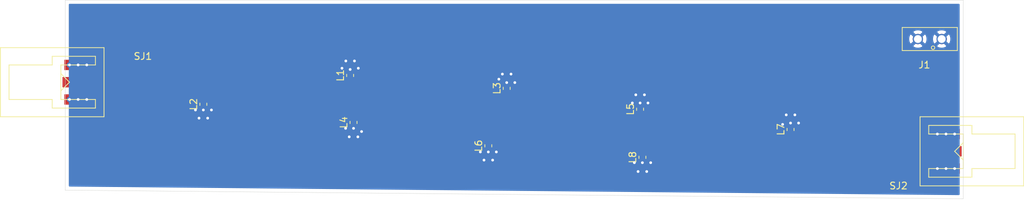
<source format=kicad_pcb>
(kicad_pcb (version 20171130) (host pcbnew 5.1.2-f72e74a~84~ubuntu18.04.1)

  (general
    (thickness 1.6)
    (drawings 5)
    (tracks 122)
    (zones 0)
    (modules 11)
    (nets 7)
  )

  (page A4)
  (layers
    (0 F.Cu signal)
    (31 B.Cu signal)
    (32 B.Adhes user)
    (33 F.Adhes user)
    (34 B.Paste user)
    (35 F.Paste user)
    (36 B.SilkS user)
    (37 F.SilkS user)
    (38 B.Mask user)
    (39 F.Mask user)
    (40 Dwgs.User user)
    (41 Cmts.User user)
    (42 Eco1.User user)
    (43 Eco2.User user)
    (44 Edge.Cuts user)
    (45 Margin user)
    (46 B.CrtYd user)
    (47 F.CrtYd user)
    (48 B.Fab user)
    (49 F.Fab user)
  )

  (setup
    (last_trace_width 0.25)
    (trace_clearance 0.2)
    (zone_clearance 0.508)
    (zone_45_only no)
    (trace_min 0.2)
    (via_size 0.8)
    (via_drill 0.4)
    (via_min_size 0.4)
    (via_min_drill 0.3)
    (uvia_size 0.3)
    (uvia_drill 0.1)
    (uvias_allowed no)
    (uvia_min_size 0.2)
    (uvia_min_drill 0.1)
    (edge_width 0.05)
    (segment_width 0.2)
    (pcb_text_width 0.3)
    (pcb_text_size 1.5 1.5)
    (mod_edge_width 0.12)
    (mod_text_size 1 1)
    (mod_text_width 0.15)
    (pad_size 1 1.75)
    (pad_drill 0)
    (pad_to_mask_clearance 0.051)
    (solder_mask_min_width 0.25)
    (aux_axis_origin 0 0)
    (visible_elements FFFFFF7F)
    (pcbplotparams
      (layerselection 0x010fc_ffffffff)
      (usegerberextensions false)
      (usegerberattributes false)
      (usegerberadvancedattributes false)
      (creategerberjobfile false)
      (excludeedgelayer true)
      (linewidth 0.100000)
      (plotframeref false)
      (viasonmask false)
      (mode 1)
      (useauxorigin false)
      (hpglpennumber 1)
      (hpglpenspeed 20)
      (hpglpendiameter 15.000000)
      (psnegative false)
      (psa4output false)
      (plotreference true)
      (plotvalue true)
      (plotinvisibletext false)
      (padsonsilk false)
      (subtractmaskfromsilk false)
      (outputformat 1)
      (mirror false)
      (drillshape 0)
      (scaleselection 1)
      (outputdirectory "coupled_fil_ger_drill/"))
  )

  (net 0 "")
  (net 1 GND)
  (net 2 "Net-(L1-Pad1)")
  (net 3 "Net-(L4-Pad2)")
  (net 4 "Net-(L6-Pad2)")
  (net 5 "Net-(L8-Pad2)")
  (net 6 "Net-(L2-Pad2)")

  (net_class Default "This is the default net class."
    (clearance 0.2)
    (trace_width 0.25)
    (via_dia 0.8)
    (via_drill 0.4)
    (uvia_dia 0.3)
    (uvia_drill 0.1)
    (add_net GND)
    (add_net "Net-(L1-Pad1)")
    (add_net "Net-(L2-Pad2)")
    (add_net "Net-(L4-Pad2)")
    (add_net "Net-(L6-Pad2)")
    (add_net "Net-(L8-Pad2)")
  )

  (module Inductor_SMD:L_0603_1608Metric_Pad1.05x0.95mm_HandSolder (layer F.Cu) (tedit 5B301BBE) (tstamp 5D244A2A)
    (at 144.58 91.69 90)
    (descr "Capacitor SMD 0603 (1608 Metric), square (rectangular) end terminal, IPC_7351 nominal with elongated pad for handsoldering. (Body size source: http://www.tortai-tech.com/upload/download/2011102023233369053.pdf), generated with kicad-footprint-generator")
    (tags "inductor handsolder")
    (path /5D25AE44)
    (attr smd)
    (fp_text reference L8 (at 0 -1.43 90) (layer F.SilkS)
      (effects (font (size 1 1) (thickness 0.15)))
    )
    (fp_text value 1u (at 0 1.43 90) (layer F.Fab)
      (effects (font (size 1 1) (thickness 0.15)))
    )
    (fp_text user %R (at 0 0 90) (layer F.Fab)
      (effects (font (size 0.4 0.4) (thickness 0.06)))
    )
    (fp_line (start 1.65 0.73) (end -1.65 0.73) (layer F.CrtYd) (width 0.05))
    (fp_line (start 1.65 -0.73) (end 1.65 0.73) (layer F.CrtYd) (width 0.05))
    (fp_line (start -1.65 -0.73) (end 1.65 -0.73) (layer F.CrtYd) (width 0.05))
    (fp_line (start -1.65 0.73) (end -1.65 -0.73) (layer F.CrtYd) (width 0.05))
    (fp_line (start -0.171267 0.51) (end 0.171267 0.51) (layer F.SilkS) (width 0.12))
    (fp_line (start -0.171267 -0.51) (end 0.171267 -0.51) (layer F.SilkS) (width 0.12))
    (fp_line (start 0.8 0.4) (end -0.8 0.4) (layer F.Fab) (width 0.1))
    (fp_line (start 0.8 -0.4) (end 0.8 0.4) (layer F.Fab) (width 0.1))
    (fp_line (start -0.8 -0.4) (end 0.8 -0.4) (layer F.Fab) (width 0.1))
    (fp_line (start -0.8 0.4) (end -0.8 -0.4) (layer F.Fab) (width 0.1))
    (pad 2 smd roundrect (at 0.875 0 90) (size 1.05 0.95) (layers F.Cu F.Paste F.Mask) (roundrect_rratio 0.25)
      (net 5 "Net-(L8-Pad2)"))
    (pad 1 smd roundrect (at -0.875 0 90) (size 1.05 0.95) (layers F.Cu F.Paste F.Mask) (roundrect_rratio 0.25)
      (net 1 GND))
    (model ${KISYS3DMOD}/Inductor_SMD.3dshapes/L_0603_1608Metric.wrl
      (at (xyz 0 0 0))
      (scale (xyz 1 1 1))
      (rotate (xyz 0 0 0))
    )
  )

  (module Inductor_SMD:L_0603_1608Metric_Pad1.05x0.95mm_HandSolder (layer F.Cu) (tedit 5B301BBE) (tstamp 5D244A19)
    (at 166.37 87.5975 90)
    (descr "Capacitor SMD 0603 (1608 Metric), square (rectangular) end terminal, IPC_7351 nominal with elongated pad for handsoldering. (Body size source: http://www.tortai-tech.com/upload/download/2011102023233369053.pdf), generated with kicad-footprint-generator")
    (tags "inductor handsolder")
    (path /5D2574AF)
    (attr smd)
    (fp_text reference L7 (at 0 -1.43 90) (layer F.SilkS)
      (effects (font (size 1 1) (thickness 0.15)))
    )
    (fp_text value 1u (at 0 1.43 90) (layer F.Fab)
      (effects (font (size 1 1) (thickness 0.15)))
    )
    (fp_text user %R (at 0 0 90) (layer F.Fab)
      (effects (font (size 0.4 0.4) (thickness 0.06)))
    )
    (fp_line (start 1.65 0.73) (end -1.65 0.73) (layer F.CrtYd) (width 0.05))
    (fp_line (start 1.65 -0.73) (end 1.65 0.73) (layer F.CrtYd) (width 0.05))
    (fp_line (start -1.65 -0.73) (end 1.65 -0.73) (layer F.CrtYd) (width 0.05))
    (fp_line (start -1.65 0.73) (end -1.65 -0.73) (layer F.CrtYd) (width 0.05))
    (fp_line (start -0.171267 0.51) (end 0.171267 0.51) (layer F.SilkS) (width 0.12))
    (fp_line (start -0.171267 -0.51) (end 0.171267 -0.51) (layer F.SilkS) (width 0.12))
    (fp_line (start 0.8 0.4) (end -0.8 0.4) (layer F.Fab) (width 0.1))
    (fp_line (start 0.8 -0.4) (end 0.8 0.4) (layer F.Fab) (width 0.1))
    (fp_line (start -0.8 -0.4) (end 0.8 -0.4) (layer F.Fab) (width 0.1))
    (fp_line (start -0.8 0.4) (end -0.8 -0.4) (layer F.Fab) (width 0.1))
    (pad 2 smd roundrect (at 0.875 0 90) (size 1.05 0.95) (layers F.Cu F.Paste F.Mask) (roundrect_rratio 0.25)
      (net 1 GND))
    (pad 1 smd roundrect (at -0.875 0 90) (size 1.05 0.95) (layers F.Cu F.Paste F.Mask) (roundrect_rratio 0.25)
      (net 4 "Net-(L6-Pad2)"))
    (model ${KISYS3DMOD}/Inductor_SMD.3dshapes/L_0603_1608Metric.wrl
      (at (xyz 0 0 0))
      (scale (xyz 1 1 1))
      (rotate (xyz 0 0 0))
    )
  )

  (module Inductor_SMD:L_0603_1608Metric_Pad1.05x0.95mm_HandSolder (layer F.Cu) (tedit 5B301BBE) (tstamp 5D244A08)
    (at 121.92 90 90)
    (descr "Capacitor SMD 0603 (1608 Metric), square (rectangular) end terminal, IPC_7351 nominal with elongated pad for handsoldering. (Body size source: http://www.tortai-tech.com/upload/download/2011102023233369053.pdf), generated with kicad-footprint-generator")
    (tags "inductor handsolder")
    (path /5D256C7C)
    (attr smd)
    (fp_text reference L6 (at 0 -1.43 90) (layer F.SilkS)
      (effects (font (size 1 1) (thickness 0.15)))
    )
    (fp_text value 1u (at 0 1.43 90) (layer F.Fab)
      (effects (font (size 1 1) (thickness 0.15)))
    )
    (fp_text user %R (at 0 0 90) (layer F.Fab)
      (effects (font (size 0.4 0.4) (thickness 0.06)))
    )
    (fp_line (start 1.65 0.73) (end -1.65 0.73) (layer F.CrtYd) (width 0.05))
    (fp_line (start 1.65 -0.73) (end 1.65 0.73) (layer F.CrtYd) (width 0.05))
    (fp_line (start -1.65 -0.73) (end 1.65 -0.73) (layer F.CrtYd) (width 0.05))
    (fp_line (start -1.65 0.73) (end -1.65 -0.73) (layer F.CrtYd) (width 0.05))
    (fp_line (start -0.171267 0.51) (end 0.171267 0.51) (layer F.SilkS) (width 0.12))
    (fp_line (start -0.171267 -0.51) (end 0.171267 -0.51) (layer F.SilkS) (width 0.12))
    (fp_line (start 0.8 0.4) (end -0.8 0.4) (layer F.Fab) (width 0.1))
    (fp_line (start 0.8 -0.4) (end 0.8 0.4) (layer F.Fab) (width 0.1))
    (fp_line (start -0.8 -0.4) (end 0.8 -0.4) (layer F.Fab) (width 0.1))
    (fp_line (start -0.8 0.4) (end -0.8 -0.4) (layer F.Fab) (width 0.1))
    (pad 2 smd roundrect (at 0.875 0 90) (size 1.05 0.95) (layers F.Cu F.Paste F.Mask) (roundrect_rratio 0.25)
      (net 4 "Net-(L6-Pad2)"))
    (pad 1 smd roundrect (at -0.875 0 90) (size 1.05 0.95) (layers F.Cu F.Paste F.Mask) (roundrect_rratio 0.25)
      (net 1 GND))
    (model ${KISYS3DMOD}/Inductor_SMD.3dshapes/L_0603_1608Metric.wrl
      (at (xyz 0 0 0))
      (scale (xyz 1 1 1))
      (rotate (xyz 0 0 0))
    )
  )

  (module Inductor_SMD:L_0603_1608Metric_Pad1.05x0.95mm_HandSolder (layer F.Cu) (tedit 5B301BBE) (tstamp 5D2449F7)
    (at 144.245 84.62 90)
    (descr "Capacitor SMD 0603 (1608 Metric), square (rectangular) end terminal, IPC_7351 nominal with elongated pad for handsoldering. (Body size source: http://www.tortai-tech.com/upload/download/2011102023233369053.pdf), generated with kicad-footprint-generator")
    (tags "inductor handsolder")
    (path /5D255DC8)
    (attr smd)
    (fp_text reference L5 (at 0 -1.43 90) (layer F.SilkS)
      (effects (font (size 1 1) (thickness 0.15)))
    )
    (fp_text value 1u (at 0 1.43 90) (layer F.Fab)
      (effects (font (size 1 1) (thickness 0.15)))
    )
    (fp_text user %R (at 0 0 90) (layer F.Fab)
      (effects (font (size 0.4 0.4) (thickness 0.06)))
    )
    (fp_line (start 1.65 0.73) (end -1.65 0.73) (layer F.CrtYd) (width 0.05))
    (fp_line (start 1.65 -0.73) (end 1.65 0.73) (layer F.CrtYd) (width 0.05))
    (fp_line (start -1.65 -0.73) (end 1.65 -0.73) (layer F.CrtYd) (width 0.05))
    (fp_line (start -1.65 0.73) (end -1.65 -0.73) (layer F.CrtYd) (width 0.05))
    (fp_line (start -0.171267 0.51) (end 0.171267 0.51) (layer F.SilkS) (width 0.12))
    (fp_line (start -0.171267 -0.51) (end 0.171267 -0.51) (layer F.SilkS) (width 0.12))
    (fp_line (start 0.8 0.4) (end -0.8 0.4) (layer F.Fab) (width 0.1))
    (fp_line (start 0.8 -0.4) (end 0.8 0.4) (layer F.Fab) (width 0.1))
    (fp_line (start -0.8 -0.4) (end 0.8 -0.4) (layer F.Fab) (width 0.1))
    (fp_line (start -0.8 0.4) (end -0.8 -0.4) (layer F.Fab) (width 0.1))
    (pad 2 smd roundrect (at 0.875 0 90) (size 1.05 0.95) (layers F.Cu F.Paste F.Mask) (roundrect_rratio 0.25)
      (net 1 GND))
    (pad 1 smd roundrect (at -0.875 0 90) (size 1.05 0.95) (layers F.Cu F.Paste F.Mask) (roundrect_rratio 0.25)
      (net 3 "Net-(L4-Pad2)"))
    (model ${KISYS3DMOD}/Inductor_SMD.3dshapes/L_0603_1608Metric.wrl
      (at (xyz 0 0 0))
      (scale (xyz 1 1 1))
      (rotate (xyz 0 0 0))
    )
  )

  (module Inductor_SMD:L_0603_1608Metric_Pad1.05x0.95mm_HandSolder (layer F.Cu) (tedit 5B301BBE) (tstamp 5D2449E6)
    (at 102.1 86.56 90)
    (descr "Capacitor SMD 0603 (1608 Metric), square (rectangular) end terminal, IPC_7351 nominal with elongated pad for handsoldering. (Body size source: http://www.tortai-tech.com/upload/download/2011102023233369053.pdf), generated with kicad-footprint-generator")
    (tags "inductor handsolder")
    (path /5D2557B6)
    (attr smd)
    (fp_text reference L4 (at 0 -1.43 90) (layer F.SilkS)
      (effects (font (size 1 1) (thickness 0.15)))
    )
    (fp_text value 1u (at 0 1.43 90) (layer F.Fab)
      (effects (font (size 1 1) (thickness 0.15)))
    )
    (fp_text user %R (at 0 0 90) (layer F.Fab)
      (effects (font (size 0.4 0.4) (thickness 0.06)))
    )
    (fp_line (start 1.65 0.73) (end -1.65 0.73) (layer F.CrtYd) (width 0.05))
    (fp_line (start 1.65 -0.73) (end 1.65 0.73) (layer F.CrtYd) (width 0.05))
    (fp_line (start -1.65 -0.73) (end 1.65 -0.73) (layer F.CrtYd) (width 0.05))
    (fp_line (start -1.65 0.73) (end -1.65 -0.73) (layer F.CrtYd) (width 0.05))
    (fp_line (start -0.171267 0.51) (end 0.171267 0.51) (layer F.SilkS) (width 0.12))
    (fp_line (start -0.171267 -0.51) (end 0.171267 -0.51) (layer F.SilkS) (width 0.12))
    (fp_line (start 0.8 0.4) (end -0.8 0.4) (layer F.Fab) (width 0.1))
    (fp_line (start 0.8 -0.4) (end 0.8 0.4) (layer F.Fab) (width 0.1))
    (fp_line (start -0.8 -0.4) (end 0.8 -0.4) (layer F.Fab) (width 0.1))
    (fp_line (start -0.8 0.4) (end -0.8 -0.4) (layer F.Fab) (width 0.1))
    (pad 2 smd roundrect (at 0.875 0 90) (size 1.05 0.95) (layers F.Cu F.Paste F.Mask) (roundrect_rratio 0.25)
      (net 3 "Net-(L4-Pad2)"))
    (pad 1 smd roundrect (at -0.875 0 90) (size 1.05 0.95) (layers F.Cu F.Paste F.Mask) (roundrect_rratio 0.25)
      (net 1 GND))
    (model ${KISYS3DMOD}/Inductor_SMD.3dshapes/L_0603_1608Metric.wrl
      (at (xyz 0 0 0))
      (scale (xyz 1 1 1))
      (rotate (xyz 0 0 0))
    )
  )

  (module Inductor_SMD:L_0603_1608Metric_Pad1.05x0.95mm_HandSolder (layer F.Cu) (tedit 5B301BBE) (tstamp 5D2449D5)
    (at 124.625 81.545 90)
    (descr "Capacitor SMD 0603 (1608 Metric), square (rectangular) end terminal, IPC_7351 nominal with elongated pad for handsoldering. (Body size source: http://www.tortai-tech.com/upload/download/2011102023233369053.pdf), generated with kicad-footprint-generator")
    (tags "inductor handsolder")
    (path /5D251BFB)
    (attr smd)
    (fp_text reference L3 (at 0 -1.43 90) (layer F.SilkS)
      (effects (font (size 1 1) (thickness 0.15)))
    )
    (fp_text value 1u (at 0 1.43 90) (layer F.Fab)
      (effects (font (size 1 1) (thickness 0.15)))
    )
    (fp_text user %R (at 0 0 90) (layer F.Fab)
      (effects (font (size 0.4 0.4) (thickness 0.06)))
    )
    (fp_line (start 1.65 0.73) (end -1.65 0.73) (layer F.CrtYd) (width 0.05))
    (fp_line (start 1.65 -0.73) (end 1.65 0.73) (layer F.CrtYd) (width 0.05))
    (fp_line (start -1.65 -0.73) (end 1.65 -0.73) (layer F.CrtYd) (width 0.05))
    (fp_line (start -1.65 0.73) (end -1.65 -0.73) (layer F.CrtYd) (width 0.05))
    (fp_line (start -0.171267 0.51) (end 0.171267 0.51) (layer F.SilkS) (width 0.12))
    (fp_line (start -0.171267 -0.51) (end 0.171267 -0.51) (layer F.SilkS) (width 0.12))
    (fp_line (start 0.8 0.4) (end -0.8 0.4) (layer F.Fab) (width 0.1))
    (fp_line (start 0.8 -0.4) (end 0.8 0.4) (layer F.Fab) (width 0.1))
    (fp_line (start -0.8 -0.4) (end 0.8 -0.4) (layer F.Fab) (width 0.1))
    (fp_line (start -0.8 0.4) (end -0.8 -0.4) (layer F.Fab) (width 0.1))
    (pad 2 smd roundrect (at 0.875 0 90) (size 1.05 0.95) (layers F.Cu F.Paste F.Mask) (roundrect_rratio 0.25)
      (net 1 GND))
    (pad 1 smd roundrect (at -0.875 0 90) (size 1.05 0.95) (layers F.Cu F.Paste F.Mask) (roundrect_rratio 0.25)
      (net 6 "Net-(L2-Pad2)"))
    (model ${KISYS3DMOD}/Inductor_SMD.3dshapes/L_0603_1608Metric.wrl
      (at (xyz 0 0 0))
      (scale (xyz 1 1 1))
      (rotate (xyz 0 0 0))
    )
  )

  (module Inductor_SMD:L_0603_1608Metric_Pad1.05x0.95mm_HandSolder (layer F.Cu) (tedit 5B301BBE) (tstamp 5D2449C4)
    (at 80.01 83.89 90)
    (descr "Capacitor SMD 0603 (1608 Metric), square (rectangular) end terminal, IPC_7351 nominal with elongated pad for handsoldering. (Body size source: http://www.tortai-tech.com/upload/download/2011102023233369053.pdf), generated with kicad-footprint-generator")
    (tags "inductor handsolder")
    (path /5D251586)
    (attr smd)
    (fp_text reference L2 (at 0 -1.43 90) (layer F.SilkS)
      (effects (font (size 1 1) (thickness 0.15)))
    )
    (fp_text value 1u (at 0 1.43 90) (layer F.Fab)
      (effects (font (size 1 1) (thickness 0.15)))
    )
    (fp_text user %R (at 0 0 90) (layer F.Fab)
      (effects (font (size 0.4 0.4) (thickness 0.06)))
    )
    (fp_line (start 1.65 0.73) (end -1.65 0.73) (layer F.CrtYd) (width 0.05))
    (fp_line (start 1.65 -0.73) (end 1.65 0.73) (layer F.CrtYd) (width 0.05))
    (fp_line (start -1.65 -0.73) (end 1.65 -0.73) (layer F.CrtYd) (width 0.05))
    (fp_line (start -1.65 0.73) (end -1.65 -0.73) (layer F.CrtYd) (width 0.05))
    (fp_line (start -0.171267 0.51) (end 0.171267 0.51) (layer F.SilkS) (width 0.12))
    (fp_line (start -0.171267 -0.51) (end 0.171267 -0.51) (layer F.SilkS) (width 0.12))
    (fp_line (start 0.8 0.4) (end -0.8 0.4) (layer F.Fab) (width 0.1))
    (fp_line (start 0.8 -0.4) (end 0.8 0.4) (layer F.Fab) (width 0.1))
    (fp_line (start -0.8 -0.4) (end 0.8 -0.4) (layer F.Fab) (width 0.1))
    (fp_line (start -0.8 0.4) (end -0.8 -0.4) (layer F.Fab) (width 0.1))
    (pad 2 smd roundrect (at 0.875 0 90) (size 1.05 0.95) (layers F.Cu F.Paste F.Mask) (roundrect_rratio 0.25)
      (net 6 "Net-(L2-Pad2)"))
    (pad 1 smd roundrect (at -0.875 0 90) (size 1.05 0.95) (layers F.Cu F.Paste F.Mask) (roundrect_rratio 0.25)
      (net 1 GND))
    (model ${KISYS3DMOD}/Inductor_SMD.3dshapes/L_0603_1608Metric.wrl
      (at (xyz 0 0 0))
      (scale (xyz 1 1 1))
      (rotate (xyz 0 0 0))
    )
  )

  (module Inductor_SMD:L_0603_1608Metric_Pad1.05x0.95mm_HandSolder (layer F.Cu) (tedit 5B301BBE) (tstamp 5D2449B3)
    (at 101.6 79.65 90)
    (descr "Capacitor SMD 0603 (1608 Metric), square (rectangular) end terminal, IPC_7351 nominal with elongated pad for handsoldering. (Body size source: http://www.tortai-tech.com/upload/download/2011102023233369053.pdf), generated with kicad-footprint-generator")
    (tags "inductor handsolder")
    (path /5D25088C)
    (attr smd)
    (fp_text reference L1 (at 0 -1.43 90) (layer F.SilkS)
      (effects (font (size 1 1) (thickness 0.15)))
    )
    (fp_text value 1u (at 0 1.43 90) (layer F.Fab)
      (effects (font (size 1 1) (thickness 0.15)))
    )
    (fp_text user %R (at 0 0 90) (layer F.Fab)
      (effects (font (size 0.4 0.4) (thickness 0.06)))
    )
    (fp_line (start 1.65 0.73) (end -1.65 0.73) (layer F.CrtYd) (width 0.05))
    (fp_line (start 1.65 -0.73) (end 1.65 0.73) (layer F.CrtYd) (width 0.05))
    (fp_line (start -1.65 -0.73) (end 1.65 -0.73) (layer F.CrtYd) (width 0.05))
    (fp_line (start -1.65 0.73) (end -1.65 -0.73) (layer F.CrtYd) (width 0.05))
    (fp_line (start -0.171267 0.51) (end 0.171267 0.51) (layer F.SilkS) (width 0.12))
    (fp_line (start -0.171267 -0.51) (end 0.171267 -0.51) (layer F.SilkS) (width 0.12))
    (fp_line (start 0.8 0.4) (end -0.8 0.4) (layer F.Fab) (width 0.1))
    (fp_line (start 0.8 -0.4) (end 0.8 0.4) (layer F.Fab) (width 0.1))
    (fp_line (start -0.8 -0.4) (end 0.8 -0.4) (layer F.Fab) (width 0.1))
    (fp_line (start -0.8 0.4) (end -0.8 -0.4) (layer F.Fab) (width 0.1))
    (pad 2 smd roundrect (at 0.875 0 90) (size 1.05 0.95) (layers F.Cu F.Paste F.Mask) (roundrect_rratio 0.25)
      (net 1 GND))
    (pad 1 smd roundrect (at -0.875 0 90) (size 1.05 0.95) (layers F.Cu F.Paste F.Mask) (roundrect_rratio 0.25)
      (net 2 "Net-(L1-Pad1)"))
    (model ${KISYS3DMOD}/Inductor_SMD.3dshapes/L_0603_1608Metric.wrl
      (at (xyz 0 0 0))
      (scale (xyz 1 1 1))
      (rotate (xyz 0 0 0))
    )
  )

  (module borniers:PRT-08084 (layer F.Cu) (tedit 5D01074F) (tstamp 5D26E789)
    (at 188.595 79.375)
    (path /5D270E92)
    (fp_text reference J1 (at -2.54 -1.27) (layer F.SilkS)
      (effects (font (size 1 1) (thickness 0.15)))
    )
    (fp_text value Bullshit_driver (at -2.54 -8.89) (layer F.Fab)
      (effects (font (size 1 1) (thickness 0.15)))
    )
    (fp_circle (center -1.27 -3.81) (end -1.02 -3.81) (layer F.SilkS) (width 0.12))
    (fp_line (start 2.3 -3.38) (end -5.8 -3.38) (layer F.SilkS) (width 0.12))
    (fp_line (start -5.8 -6.78) (end 2.3 -6.78) (layer F.SilkS) (width 0.12))
    (fp_line (start 2.3 -3.38) (end 2.3 -6.78) (layer F.SilkS) (width 0.12))
    (fp_line (start -5.8 -3.38) (end -5.8 -6.78) (layer F.SilkS) (width 0.12))
    (pad 2 thru_hole circle (at 0 -5.08) (size 1.524 1.524) (drill 1.15) (layers *.Cu *.Mask)
      (net 1 GND))
    (pad 1 thru_hole circle (at -3.5 -5.08) (size 1.524 1.524) (drill 1.15) (layers *.Cu *.Mask)
      (net 1 GND))
  )

  (module sma_custom:CONSMA003.062-G (layer F.Cu) (tedit 5D1F15C9) (tstamp 5D244A5C)
    (at 193.04 93.345)
    (path /5D24754B)
    (fp_text reference SJ2 (at -10.795 2.54) (layer F.SilkS)
      (effects (font (size 1 1) (thickness 0.15)))
    )
    (fp_text value sma_jack (at -6.985 3.81) (layer F.Fab)
      (effects (font (size 1 1) (thickness 0.15)))
    )
    (fp_line (start -1.27 -1.27) (end -2.54 -2.54) (layer F.SilkS) (width 0.12))
    (fp_line (start -1.27 -3.81) (end -2.54 -2.54) (layer F.SilkS) (width 0.12))
    (fp_line (start -7.62 2.54) (end 7.62 2.54) (layer F.SilkS) (width 0.12))
    (fp_line (start 7.62 -7.62) (end -7.62 -7.62) (layer F.SilkS) (width 0.12))
    (fp_line (start -6.35 0) (end -6.35 1.27) (layer F.SilkS) (width 0.12))
    (fp_line (start -1.27 0) (end -6.35 0) (layer F.SilkS) (width 0.12))
    (fp_line (start -1.27 -5.08) (end -1.27 0) (layer F.SilkS) (width 0.12))
    (fp_line (start -6.35 -5.08) (end -1.27 -5.08) (layer F.SilkS) (width 0.12))
    (fp_line (start -6.35 -6.35) (end -6.35 -5.08) (layer F.SilkS) (width 0.12))
    (fp_line (start 6.35 -5.08) (end 6.35 0) (layer F.SilkS) (width 0.12))
    (fp_line (start 0 -5.08) (end 6.35 -5.08) (layer F.SilkS) (width 0.12))
    (fp_line (start 0 -6.35) (end 0 -5.08) (layer F.SilkS) (width 0.12))
    (fp_line (start 0 0) (end 6.35 0) (layer F.SilkS) (width 0.12))
    (fp_line (start 0 1.27) (end 0 0) (layer F.SilkS) (width 0.12))
    (fp_line (start 7.62 2.54) (end 7.62 -7.62) (layer F.SilkS) (width 0.12))
    (fp_line (start -7.62 -7.62) (end -7.62 2.54) (layer F.SilkS) (width 0.12))
    (fp_line (start 0 1.27) (end -6.35 1.27) (layer F.SilkS) (width 0.12))
    (fp_line (start -6.35 -6.35) (end 0 -6.35) (layer F.SilkS) (width 0.12))
    (pad 3 smd rect (at -3.81 0) (size 4.06 1.52) (layers F.Cu F.Paste F.Mask)
      (net 1 GND))
    (pad 2 smd rect (at -3.81 -5.08) (size 4.06 1.52) (layers F.Cu F.Paste F.Mask)
      (net 1 GND))
    (pad 1 smd rect (at -3.81 -2.54) (size 4.6 1.52) (layers F.Cu F.Paste F.Mask)
      (net 5 "Net-(L8-Pad2)"))
  )

  (module sma_custom:CONSMA003.062-G (layer F.Cu) (tedit 5D1F15C9) (tstamp 5D244A43)
    (at 57.785 78.105 180)
    (path /5D2470EA)
    (fp_text reference SJ1 (at -13.335 1.27) (layer F.SilkS)
      (effects (font (size 1 1) (thickness 0.15)))
    )
    (fp_text value sma_jack (at -10.16 3.175) (layer F.Fab)
      (effects (font (size 1 1) (thickness 0.15)))
    )
    (fp_line (start -1.27 -1.27) (end -2.54 -2.54) (layer F.SilkS) (width 0.12))
    (fp_line (start -1.27 -3.81) (end -2.54 -2.54) (layer F.SilkS) (width 0.12))
    (fp_line (start -7.62 2.54) (end 7.62 2.54) (layer F.SilkS) (width 0.12))
    (fp_line (start 7.62 -7.62) (end -7.62 -7.62) (layer F.SilkS) (width 0.12))
    (fp_line (start -6.35 0) (end -6.35 1.27) (layer F.SilkS) (width 0.12))
    (fp_line (start -1.27 0) (end -6.35 0) (layer F.SilkS) (width 0.12))
    (fp_line (start -1.27 -5.08) (end -1.27 0) (layer F.SilkS) (width 0.12))
    (fp_line (start -6.35 -5.08) (end -1.27 -5.08) (layer F.SilkS) (width 0.12))
    (fp_line (start -6.35 -6.35) (end -6.35 -5.08) (layer F.SilkS) (width 0.12))
    (fp_line (start 6.35 -5.08) (end 6.35 0) (layer F.SilkS) (width 0.12))
    (fp_line (start 0 -5.08) (end 6.35 -5.08) (layer F.SilkS) (width 0.12))
    (fp_line (start 0 -6.35) (end 0 -5.08) (layer F.SilkS) (width 0.12))
    (fp_line (start 0 0) (end 6.35 0) (layer F.SilkS) (width 0.12))
    (fp_line (start 0 1.27) (end 0 0) (layer F.SilkS) (width 0.12))
    (fp_line (start 7.62 2.54) (end 7.62 -7.62) (layer F.SilkS) (width 0.12))
    (fp_line (start -7.62 -7.62) (end -7.62 2.54) (layer F.SilkS) (width 0.12))
    (fp_line (start 0 1.27) (end -6.35 1.27) (layer F.SilkS) (width 0.12))
    (fp_line (start -6.35 -6.35) (end 0 -6.35) (layer F.SilkS) (width 0.12))
    (pad 3 smd rect (at -3.81 0 180) (size 4.06 1.52) (layers F.Cu F.Paste F.Mask)
      (net 1 GND))
    (pad 2 smd rect (at -3.81 -5.08 180) (size 4.06 1.52) (layers F.Cu F.Paste F.Mask)
      (net 1 GND))
    (pad 1 smd rect (at -3.81 -2.54 180) (size 4.6 1.52) (layers F.Cu F.Paste F.Mask)
      (net 2 "Net-(L1-Pad1)"))
  )

  (gr_line (start 59.69 68.58) (end 59.69 96.52) (layer Edge.Cuts) (width 0.05) (tstamp 5DCAD48A))
  (gr_line (start 191.77 68.58) (end 59.69 68.58) (layer Edge.Cuts) (width 0.05))
  (gr_line (start 191.77 71.12) (end 191.77 68.58) (layer Edge.Cuts) (width 0.05))
  (gr_line (start 191.77 97.79) (end 59.69 96.52) (layer Edge.Cuts) (width 0.05))
  (gr_line (start 191.77 71.12) (end 191.77 97.79) (layer Edge.Cuts) (width 0.05))

  (via (at 121.92 90.9) (size 0.8) (drill 0.4) (layers F.Cu B.Cu) (net 1) (tstamp 5DCAC150))
  (via (at 121.285 92.1) (size 0.8) (drill 0.4) (layers F.Cu B.Cu) (net 1) (tstamp 5DCAC151))
  (via (at 122.555 92.1) (size 0.8) (drill 0.4) (layers F.Cu B.Cu) (net 1) (tstamp 5DCAC156))
  (via (at 120.75 90.9) (size 0.8) (drill 0.4) (layers F.Cu B.Cu) (net 1) (tstamp 5DCAC157))
  (via (at 123.1 90.9) (size 0.8) (drill 0.4) (layers F.Cu B.Cu) (net 1) (tstamp 5DCAC158))
  (via (at 102.8 78.59) (size 0.8) (drill 0.4) (layers F.Cu B.Cu) (net 1) (tstamp 5D246225))
  (via (at 100.4 78.59) (size 0.8) (drill 0.4) (layers F.Cu B.Cu) (net 1) (tstamp 5D246226))
  (via (at 101.6 78.77) (size 0.8) (drill 0.4) (layers F.Cu B.Cu) (net 1) (tstamp 5D246227))
  (via (at 123.99 79.45) (size 0.8) (drill 0.4) (layers F.Cu B.Cu) (net 1) (tstamp 5D246224))
  (via (at 125.82 80.7) (size 0.8) (drill 0.4) (layers F.Cu B.Cu) (net 1) (tstamp 5D246225))
  (via (at 123.47 80.2) (size 0.8) (drill 0.4) (layers F.Cu B.Cu) (net 1) (tstamp 5D246226))
  (via (at 124.625 80.7) (size 0.8) (drill 0.4) (layers F.Cu B.Cu) (net 1) (tstamp 5D246227))
  (via (at 125.26 79.45) (size 0.8) (drill 0.4) (layers F.Cu B.Cu) (net 1) (tstamp 5D246229))
  (via (at 143.61 82.5) (size 0.8) (drill 0.4) (layers F.Cu B.Cu) (net 1) (tstamp 5D246224))
  (via (at 145.4 83.7) (size 0.8) (drill 0.4) (layers F.Cu B.Cu) (net 1) (tstamp 5D246225))
  (via (at 143.1 83.7) (size 0.8) (drill 0.4) (layers F.Cu B.Cu) (net 1) (tstamp 5D246226))
  (via (at 144.245 83.7) (size 0.8) (drill 0.4) (layers F.Cu B.Cu) (net 1) (tstamp 5D246227))
  (via (at 144.88 82.5) (size 0.8) (drill 0.4) (layers F.Cu B.Cu) (net 1) (tstamp 5D246229))
  (via (at 167.55 86.65) (size 0.8) (drill 0.4) (layers F.Cu B.Cu) (net 1) (tstamp 5D246225))
  (via (at 165.2 86.85) (size 0.8) (drill 0.4) (layers F.Cu B.Cu) (net 1) (tstamp 5D246226))
  (via (at 166.37 86.65) (size 0.8) (drill 0.4) (layers F.Cu B.Cu) (net 1) (tstamp 5D246227))
  (via (at 145.215 93.78) (size 0.8) (drill 0.4) (layers F.Cu B.Cu) (net 1) (tstamp 5D246224))
  (via (at 143.4 92.48) (size 0.8) (drill 0.4) (layers F.Cu B.Cu) (net 1) (tstamp 5D246225))
  (via (at 145.8 92.48) (size 0.8) (drill 0.4) (layers F.Cu B.Cu) (net 1) (tstamp 5D246226))
  (via (at 144.58 92.48) (size 0.8) (drill 0.4) (layers F.Cu B.Cu) (net 1) (tstamp 5D246227))
  (via (at 143.945 93.78) (size 0.8) (drill 0.4) (layers F.Cu B.Cu) (net 1) (tstamp 5D246229))
  (via (at 102.735 88.68) (size 0.8) (drill 0.4) (layers F.Cu B.Cu) (net 1) (tstamp 5D246224))
  (via (at 100.93 87.43) (size 0.8) (drill 0.4) (layers F.Cu B.Cu) (net 1) (tstamp 5D246225))
  (via (at 103.28 87.9) (size 0.8) (drill 0.4) (layers F.Cu B.Cu) (net 1) (tstamp 5D246226))
  (via (at 102.1 87.43) (size 0.8) (drill 0.4) (layers F.Cu B.Cu) (net 1) (tstamp 5D246227))
  (via (at 101.465 88.68) (size 0.8) (drill 0.4) (layers F.Cu B.Cu) (net 1) (tstamp 5D246229))
  (via (at 79.375 85.93) (size 0.8) (drill 0.4) (layers F.Cu B.Cu) (net 1) (tstamp 5D245F59))
  (via (at 80.645 85.93) (size 0.8) (drill 0.4) (layers F.Cu B.Cu) (net 1) (tstamp 5D245F63))
  (via (at 78.85 84.73) (size 0.8) (drill 0.4) (layers F.Cu B.Cu) (net 1) (tstamp 5D245F64))
  (via (at 80.01 84.73) (size 0.8) (drill 0.4) (layers F.Cu B.Cu) (net 1) (tstamp 5D245F68))
  (via (at 190.5 88.265) (size 0.8) (drill 0.4) (layers F.Cu B.Cu) (net 1))
  (via (at 189.23 88.265) (size 0.8) (drill 0.4) (layers F.Cu B.Cu) (net 1))
  (via (at 187.96 88.265) (size 0.8) (drill 0.4) (layers F.Cu B.Cu) (net 1))
  (via (at 190.5 93.345) (size 0.8) (drill 0.4) (layers F.Cu B.Cu) (net 1))
  (via (at 189.23 93.345) (size 0.8) (drill 0.4) (layers F.Cu B.Cu) (net 1))
  (via (at 187.96 93.345) (size 0.8) (drill 0.4) (layers F.Cu B.Cu) (net 1))
  (via (at 62.865 78.105) (size 0.8) (drill 0.4) (layers F.Cu B.Cu) (net 1))
  (via (at 61.595 78.105) (size 0.8) (drill 0.4) (layers F.Cu B.Cu) (net 1))
  (via (at 60.325 78.105) (size 0.8) (drill 0.4) (layers F.Cu B.Cu) (net 1))
  (via (at 62.865 83.185) (size 0.8) (drill 0.4) (layers F.Cu B.Cu) (net 1))
  (via (at 61.595 83.185) (size 0.8) (drill 0.4) (layers F.Cu B.Cu) (net 1))
  (via (at 60.325 83.185) (size 0.8) (drill 0.4) (layers F.Cu B.Cu) (net 1))
  (via (at 165.735 85.45) (size 0.8) (drill 0.4) (layers F.Cu B.Cu) (net 1))
  (via (at 167.005 85.45) (size 0.8) (drill 0.4) (layers F.Cu B.Cu) (net 1))
  (via (at 100.965 77.52) (size 0.8) (drill 0.4) (layers F.Cu B.Cu) (net 1))
  (via (at 102.235 77.52) (size 0.8) (drill 0.4) (layers F.Cu B.Cu) (net 1))
  (via (at 81.2 84.73) (size 0.8) (drill 0.4) (layers F.Cu B.Cu) (net 1))
  (segment (start 102.62 78.77) (end 102.8 78.59) (width 0.25) (layer F.Cu) (net 1))
  (segment (start 101.6 78.77) (end 102.62 78.77) (width 0.25) (layer F.Cu) (net 1))
  (segment (start 102.235 78.1325) (end 101.6 78.7675) (width 0.25) (layer F.Cu) (net 1))
  (segment (start 102.235 77.52) (end 102.235 78.1325) (width 0.25) (layer F.Cu) (net 1))
  (segment (start 100.965 78.135) (end 101.6 78.77) (width 0.25) (layer F.Cu) (net 1))
  (segment (start 100.965 77.52) (end 100.965 78.135) (width 0.25) (layer F.Cu) (net 1))
  (segment (start 101.42 78.59) (end 101.6 78.77) (width 0.25) (layer F.Cu) (net 1))
  (segment (start 100.4 78.59) (end 101.42 78.59) (width 0.25) (layer F.Cu) (net 1))
  (segment (start 78.85 84.73) (end 80.01 84.73) (width 0.25) (layer F.Cu) (net 1))
  (segment (start 79.375 85.365) (end 80.01 84.73) (width 0.25) (layer F.Cu) (net 1))
  (segment (start 79.375 85.93) (end 79.375 85.365) (width 0.25) (layer F.Cu) (net 1))
  (segment (start 80.645 85.365) (end 80.01 84.73) (width 0.25) (layer F.Cu) (net 1))
  (segment (start 80.645 85.93) (end 80.645 85.365) (width 0.25) (layer F.Cu) (net 1))
  (segment (start 80.0625 84.73) (end 80.01 84.6775) (width 0.25) (layer F.Cu) (net 1))
  (segment (start 81.2 84.73) (end 80.0625 84.73) (width 0.25) (layer F.Cu) (net 1))
  (segment (start 102.095 87.43) (end 102.1 87.435) (width 0.25) (layer F.Cu) (net 1))
  (segment (start 100.93 87.43) (end 102.095 87.43) (width 0.25) (layer F.Cu) (net 1))
  (segment (start 102.735 88.07) (end 102.1 87.435) (width 0.25) (layer F.Cu) (net 1))
  (segment (start 102.735 88.68) (end 102.735 88.07) (width 0.25) (layer F.Cu) (net 1))
  (segment (start 101.465 88.07) (end 102.1 87.435) (width 0.25) (layer F.Cu) (net 1))
  (segment (start 101.465 88.68) (end 101.465 88.07) (width 0.25) (layer F.Cu) (net 1))
  (segment (start 123.99 80.035) (end 124.625 80.67) (width 0.25) (layer F.Cu) (net 1))
  (segment (start 123.99 79.45) (end 123.99 80.035) (width 0.25) (layer F.Cu) (net 1))
  (segment (start 125.26 80.035) (end 124.625 80.67) (width 0.25) (layer F.Cu) (net 1))
  (segment (start 125.26 79.45) (end 125.26 80.035) (width 0.25) (layer F.Cu) (net 1))
  (segment (start 124.655 80.7) (end 124.625 80.67) (width 0.25) (layer F.Cu) (net 1))
  (segment (start 125.82 80.7) (end 124.655 80.7) (width 0.25) (layer F.Cu) (net 1))
  (segment (start 143.4 92.48) (end 144.58 92.48) (width 0.25) (layer F.Cu) (net 1))
  (segment (start 144.665 92.48) (end 144.58 92.565) (width 0.25) (layer F.Cu) (net 1))
  (segment (start 145.8 92.48) (end 144.665 92.48) (width 0.25) (layer F.Cu) (net 1))
  (segment (start 145.215 93.115) (end 144.58 92.48) (width 0.25) (layer F.Cu) (net 1))
  (segment (start 145.215 93.78) (end 145.215 93.115) (width 0.25) (layer F.Cu) (net 1))
  (segment (start 143.945 93.2) (end 144.58 92.565) (width 0.25) (layer F.Cu) (net 1))
  (segment (start 143.945 93.78) (end 143.945 93.2) (width 0.25) (layer F.Cu) (net 1))
  (segment (start 123.075 90.875) (end 123.1 90.9) (width 0.25) (layer F.Cu) (net 1))
  (segment (start 121.92 90.875) (end 123.075 90.875) (width 0.25) (layer F.Cu) (net 1))
  (segment (start 121.92 91.465) (end 122.555 92.1) (width 0.25) (layer F.Cu) (net 1))
  (segment (start 121.92 90.875) (end 121.92 91.465) (width 0.25) (layer F.Cu) (net 1))
  (segment (start 121.92 91.465) (end 121.285 92.1) (width 0.25) (layer F.Cu) (net 1))
  (segment (start 121.92 90.9) (end 121.92 91.465) (width 0.25) (layer F.Cu) (net 1))
  (segment (start 120.775 90.875) (end 120.75 90.9) (width 0.25) (layer F.Cu) (net 1))
  (segment (start 121.92 90.875) (end 120.775 90.875) (width 0.25) (layer F.Cu) (net 1))
  (segment (start 144.2 83.7) (end 144.245 83.745) (width 0.25) (layer F.Cu) (net 1))
  (segment (start 143.1 83.7) (end 144.2 83.7) (width 0.25) (layer F.Cu) (net 1))
  (segment (start 145.355 83.745) (end 145.4 83.7) (width 0.25) (layer F.Cu) (net 1))
  (segment (start 144.245 83.745) (end 145.355 83.745) (width 0.25) (layer F.Cu) (net 1))
  (segment (start 144.245 83.135) (end 144.88 82.5) (width 0.25) (layer F.Cu) (net 1))
  (segment (start 144.245 83.135) (end 143.61 82.5) (width 0.25) (layer F.Cu) (net 1))
  (segment (start 144.245 83.7) (end 144.245 83.135) (width 0.25) (layer F.Cu) (net 1))
  (segment (start 166.37 86.085) (end 165.735 85.45) (width 0.25) (layer F.Cu) (net 1))
  (segment (start 166.37 86.7225) (end 166.37 86.085) (width 0.25) (layer F.Cu) (net 1))
  (segment (start 166.37 86.085) (end 167.005 85.45) (width 0.25) (layer F.Cu) (net 1))
  (segment (start 166.37 86.65) (end 166.37 86.085) (width 0.25) (layer F.Cu) (net 1))
  (segment (start 167.4775 86.7225) (end 167.55 86.65) (width 0.25) (layer F.Cu) (net 1))
  (segment (start 166.37 86.7225) (end 167.4775 86.7225) (width 0.25) (layer F.Cu) (net 1))
  (segment (start 166.37 86.65) (end 165.2 86.65) (width 0.25) (layer F.Cu) (net 1))
  (segment (start 123.97 80.7) (end 123.47 80.2) (width 0.25) (layer F.Cu) (net 1))
  (segment (start 124.625 80.7) (end 123.97 80.7) (width 0.25) (layer F.Cu) (net 1))
  (segment (start 102.81 87.43) (end 103.28 87.9) (width 0.25) (layer F.Cu) (net 1))
  (segment (start 102.1 87.43) (end 102.81 87.43) (width 0.25) (layer F.Cu) (net 1))
  (segment (start 62 80.645) (end 78.74 80.645) (width 2.9) (layer F.Cu) (net 2))
  (segment (start 78.74 80.645) (end 101.78 80.645) (width 1.71) (layer F.Cu) (net 2))
  (segment (start 102.87 85.638) (end 123.99 85.638) (width 2.523) (layer F.Cu) (net 3))
  (segment (start 122.52 85.638) (end 143.64 85.638) (width 2.523) (layer F.Cu) (net 3))
  (segment (start 122.52 88.726) (end 143.64 88.726) (width 2.523) (layer F.Cu) (net 4))
  (segment (start 144.145 88.726) (end 166.36 88.726) (width 1.771) (layer F.Cu) (net 4))
  (segment (start 144.78 90.6828) (end 166.36 90.6828) (width 1.771) (layer F.Cu) (net 5))
  (segment (start 167.72 90.7346) (end 189.7 90.7346) (width 2.9) (layer F.Cu) (net 5))
  (segment (start 80.2 82.618) (end 101.78 82.618) (width 1.71) (layer F.Cu) (net 6))
  (segment (start 102.87 82.55) (end 123.99 82.55) (width 2.523) (layer F.Cu) (net 6))

  (zone (net 1) (net_name GND) (layer B.Cu) (tstamp 5DCAD592) (hatch edge 0.508)
    (connect_pads (clearance 0.508))
    (min_thickness 0.254)
    (fill yes (arc_segments 32) (thermal_gap 0.508) (thermal_bridge_width 0.508))
    (polygon
      (pts
        (xy 191.77 68.58) (xy 191.77 97.79) (xy 59.69 96.52) (xy 59.69 68.58)
      )
    )
    (filled_polygon
      (pts
        (xy 191.11 71.087581) (xy 191.11 71.087582) (xy 191.110001 97.123623) (xy 60.35 95.866316) (xy 60.35 75.260565)
        (xy 184.30904 75.260565) (xy 184.37602 75.500656) (xy 184.625048 75.617756) (xy 184.892135 75.684023) (xy 185.167017 75.69691)
        (xy 185.439133 75.655922) (xy 185.698023 75.562636) (xy 185.81398 75.500656) (xy 185.88096 75.260565) (xy 187.80904 75.260565)
        (xy 187.87602 75.500656) (xy 188.125048 75.617756) (xy 188.392135 75.684023) (xy 188.667017 75.69691) (xy 188.939133 75.655922)
        (xy 189.198023 75.562636) (xy 189.31398 75.500656) (xy 189.38096 75.260565) (xy 188.595 74.474605) (xy 187.80904 75.260565)
        (xy 185.88096 75.260565) (xy 185.095 74.474605) (xy 184.30904 75.260565) (xy 60.35 75.260565) (xy 60.35 74.367017)
        (xy 183.69309 74.367017) (xy 183.734078 74.639133) (xy 183.827364 74.898023) (xy 183.889344 75.01398) (xy 184.129435 75.08096)
        (xy 184.915395 74.295) (xy 185.274605 74.295) (xy 186.060565 75.08096) (xy 186.300656 75.01398) (xy 186.417756 74.764952)
        (xy 186.484023 74.497865) (xy 186.490157 74.367017) (xy 187.19309 74.367017) (xy 187.234078 74.639133) (xy 187.327364 74.898023)
        (xy 187.389344 75.01398) (xy 187.629435 75.08096) (xy 188.415395 74.295) (xy 188.774605 74.295) (xy 189.560565 75.08096)
        (xy 189.800656 75.01398) (xy 189.917756 74.764952) (xy 189.984023 74.497865) (xy 189.99691 74.222983) (xy 189.955922 73.950867)
        (xy 189.862636 73.691977) (xy 189.800656 73.57602) (xy 189.560565 73.50904) (xy 188.774605 74.295) (xy 188.415395 74.295)
        (xy 187.629435 73.50904) (xy 187.389344 73.57602) (xy 187.272244 73.825048) (xy 187.205977 74.092135) (xy 187.19309 74.367017)
        (xy 186.490157 74.367017) (xy 186.49691 74.222983) (xy 186.455922 73.950867) (xy 186.362636 73.691977) (xy 186.300656 73.57602)
        (xy 186.060565 73.50904) (xy 185.274605 74.295) (xy 184.915395 74.295) (xy 184.129435 73.50904) (xy 183.889344 73.57602)
        (xy 183.772244 73.825048) (xy 183.705977 74.092135) (xy 183.69309 74.367017) (xy 60.35 74.367017) (xy 60.35 73.329435)
        (xy 184.30904 73.329435) (xy 185.095 74.115395) (xy 185.88096 73.329435) (xy 187.80904 73.329435) (xy 188.595 74.115395)
        (xy 189.38096 73.329435) (xy 189.31398 73.089344) (xy 189.064952 72.972244) (xy 188.797865 72.905977) (xy 188.522983 72.89309)
        (xy 188.250867 72.934078) (xy 187.991977 73.027364) (xy 187.87602 73.089344) (xy 187.80904 73.329435) (xy 185.88096 73.329435)
        (xy 185.81398 73.089344) (xy 185.564952 72.972244) (xy 185.297865 72.905977) (xy 185.022983 72.89309) (xy 184.750867 72.934078)
        (xy 184.491977 73.027364) (xy 184.37602 73.089344) (xy 184.30904 73.329435) (xy 60.35 73.329435) (xy 60.35 69.24)
        (xy 191.110001 69.24)
      )
    )
  )
)

</source>
